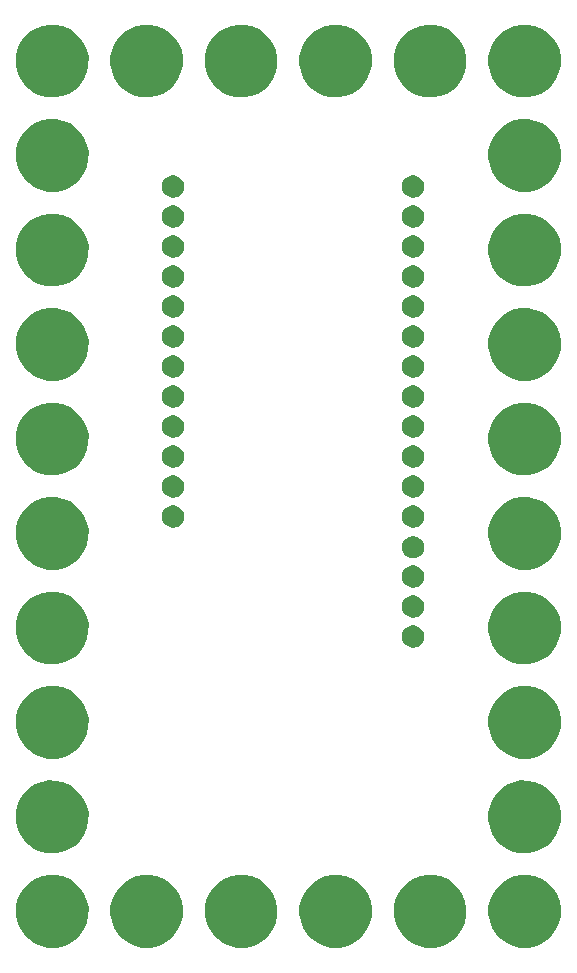
<source format=gbs>
%TF.GenerationSoftware,KiCad,Pcbnew,4.0.7-e2-6376~58~ubuntu16.04.1*%
%TF.CreationDate,2018-02-08T08:24:49-08:00*%
%TF.ProjectId,6x10-Feather-Huzzah-ESP8266,367831302D466561746865722D48757A,1.0*%
%TF.FileFunction,Soldermask,Bot*%
%FSLAX46Y46*%
G04 Gerber Fmt 4.6, Leading zero omitted, Abs format (unit mm)*
G04 Created by KiCad (PCBNEW 4.0.7-e2-6376~58~ubuntu16.04.1) date Thu Feb  8 08:24:49 2018*
%MOMM*%
%LPD*%
G01*
G04 APERTURE LIST*
%ADD10C,0.350000*%
G04 APERTURE END LIST*
D10*
G36*
X63067110Y-102233247D02*
X63658055Y-102354551D01*
X64214198Y-102588332D01*
X64714334Y-102925678D01*
X65139421Y-103353743D01*
X65473266Y-103856221D01*
X65703156Y-104413976D01*
X65820264Y-105005414D01*
X65820264Y-105005424D01*
X65820331Y-105005763D01*
X65810710Y-105694816D01*
X65810633Y-105695154D01*
X65810633Y-105695162D01*
X65677057Y-106283101D01*
X65431685Y-106834216D01*
X65083937Y-107327178D01*
X64647062Y-107743209D01*
X64137700Y-108066461D01*
X63575254Y-108284619D01*
X62981147Y-108389376D01*
X62378003Y-108376742D01*
X61788800Y-108247197D01*
X61235982Y-108005677D01*
X60740607Y-107661382D01*
X60321537Y-107227423D01*
X59994738Y-106720330D01*
X59772656Y-106159414D01*
X59663755Y-105566058D01*
X59672177Y-104962841D01*
X59797606Y-104372747D01*
X60035259Y-103818258D01*
X60376091Y-103320488D01*
X60807112Y-102898400D01*
X61311913Y-102568068D01*
X61871259Y-102342077D01*
X62463845Y-102229036D01*
X63067110Y-102233247D01*
X63067110Y-102233247D01*
G37*
G36*
X71066110Y-102233247D02*
X71657055Y-102354551D01*
X72213198Y-102588332D01*
X72713334Y-102925678D01*
X73138421Y-103353743D01*
X73472266Y-103856221D01*
X73702156Y-104413976D01*
X73819264Y-105005414D01*
X73819264Y-105005424D01*
X73819331Y-105005763D01*
X73809710Y-105694816D01*
X73809633Y-105695154D01*
X73809633Y-105695162D01*
X73676057Y-106283101D01*
X73430685Y-106834216D01*
X73082937Y-107327178D01*
X72646062Y-107743209D01*
X72136700Y-108066461D01*
X71574254Y-108284619D01*
X70980147Y-108389376D01*
X70377003Y-108376742D01*
X69787800Y-108247197D01*
X69234982Y-108005677D01*
X68739607Y-107661382D01*
X68320537Y-107227423D01*
X67993738Y-106720330D01*
X67771656Y-106159414D01*
X67662755Y-105566058D01*
X67671177Y-104962841D01*
X67796606Y-104372747D01*
X68034259Y-103818258D01*
X68375091Y-103320488D01*
X68806112Y-102898400D01*
X69310913Y-102568068D01*
X69870259Y-102342077D01*
X70462845Y-102229036D01*
X71066110Y-102233247D01*
X71066110Y-102233247D01*
G37*
G36*
X87066110Y-102233247D02*
X87657055Y-102354551D01*
X88213198Y-102588332D01*
X88713334Y-102925678D01*
X89138421Y-103353743D01*
X89472266Y-103856221D01*
X89702156Y-104413976D01*
X89819264Y-105005414D01*
X89819264Y-105005424D01*
X89819331Y-105005763D01*
X89809710Y-105694816D01*
X89809633Y-105695154D01*
X89809633Y-105695162D01*
X89676057Y-106283101D01*
X89430685Y-106834216D01*
X89082937Y-107327178D01*
X88646062Y-107743209D01*
X88136700Y-108066461D01*
X87574254Y-108284619D01*
X86980147Y-108389376D01*
X86377003Y-108376742D01*
X85787800Y-108247197D01*
X85234982Y-108005677D01*
X84739607Y-107661382D01*
X84320537Y-107227423D01*
X83993738Y-106720330D01*
X83771656Y-106159414D01*
X83662755Y-105566058D01*
X83671177Y-104962841D01*
X83796606Y-104372747D01*
X84034259Y-103818258D01*
X84375091Y-103320488D01*
X84806112Y-102898400D01*
X85310913Y-102568068D01*
X85870259Y-102342077D01*
X86462845Y-102229036D01*
X87066110Y-102233247D01*
X87066110Y-102233247D01*
G37*
G36*
X79066110Y-102233247D02*
X79657055Y-102354551D01*
X80213198Y-102588332D01*
X80713334Y-102925678D01*
X81138421Y-103353743D01*
X81472266Y-103856221D01*
X81702156Y-104413976D01*
X81819264Y-105005414D01*
X81819264Y-105005424D01*
X81819331Y-105005763D01*
X81809710Y-105694816D01*
X81809633Y-105695154D01*
X81809633Y-105695162D01*
X81676057Y-106283101D01*
X81430685Y-106834216D01*
X81082937Y-107327178D01*
X80646062Y-107743209D01*
X80136700Y-108066461D01*
X79574254Y-108284619D01*
X78980147Y-108389376D01*
X78377003Y-108376742D01*
X77787800Y-108247197D01*
X77234982Y-108005677D01*
X76739607Y-107661382D01*
X76320537Y-107227423D01*
X75993738Y-106720330D01*
X75771656Y-106159414D01*
X75662755Y-105566058D01*
X75671177Y-104962841D01*
X75796606Y-104372747D01*
X76034259Y-103818258D01*
X76375091Y-103320488D01*
X76806112Y-102898400D01*
X77310913Y-102568068D01*
X77870259Y-102342077D01*
X78462845Y-102229036D01*
X79066110Y-102233247D01*
X79066110Y-102233247D01*
G37*
G36*
X103066110Y-102233247D02*
X103657055Y-102354551D01*
X104213198Y-102588332D01*
X104713334Y-102925678D01*
X105138421Y-103353743D01*
X105472266Y-103856221D01*
X105702156Y-104413976D01*
X105819264Y-105005414D01*
X105819264Y-105005424D01*
X105819331Y-105005763D01*
X105809710Y-105694816D01*
X105809633Y-105695154D01*
X105809633Y-105695162D01*
X105676057Y-106283101D01*
X105430685Y-106834216D01*
X105082937Y-107327178D01*
X104646062Y-107743209D01*
X104136700Y-108066461D01*
X103574254Y-108284619D01*
X102980147Y-108389376D01*
X102377003Y-108376742D01*
X101787800Y-108247197D01*
X101234982Y-108005677D01*
X100739607Y-107661382D01*
X100320537Y-107227423D01*
X99993738Y-106720330D01*
X99771656Y-106159414D01*
X99662755Y-105566058D01*
X99671177Y-104962841D01*
X99796606Y-104372747D01*
X100034259Y-103818258D01*
X100375091Y-103320488D01*
X100806112Y-102898400D01*
X101310913Y-102568068D01*
X101870259Y-102342077D01*
X102462845Y-102229036D01*
X103066110Y-102233247D01*
X103066110Y-102233247D01*
G37*
G36*
X95066110Y-102233247D02*
X95657055Y-102354551D01*
X96213198Y-102588332D01*
X96713334Y-102925678D01*
X97138421Y-103353743D01*
X97472266Y-103856221D01*
X97702156Y-104413976D01*
X97819264Y-105005414D01*
X97819264Y-105005424D01*
X97819331Y-105005763D01*
X97809710Y-105694816D01*
X97809633Y-105695154D01*
X97809633Y-105695162D01*
X97676057Y-106283101D01*
X97430685Y-106834216D01*
X97082937Y-107327178D01*
X96646062Y-107743209D01*
X96136700Y-108066461D01*
X95574254Y-108284619D01*
X94980147Y-108389376D01*
X94377003Y-108376742D01*
X93787800Y-108247197D01*
X93234982Y-108005677D01*
X92739607Y-107661382D01*
X92320537Y-107227423D01*
X91993738Y-106720330D01*
X91771656Y-106159414D01*
X91662755Y-105566058D01*
X91671177Y-104962841D01*
X91796606Y-104372747D01*
X92034259Y-103818258D01*
X92375091Y-103320488D01*
X92806112Y-102898400D01*
X93310913Y-102568068D01*
X93870259Y-102342077D01*
X94462845Y-102229036D01*
X95066110Y-102233247D01*
X95066110Y-102233247D01*
G37*
G36*
X63067110Y-94233247D02*
X63658055Y-94354551D01*
X64214198Y-94588332D01*
X64714334Y-94925678D01*
X65139421Y-95353743D01*
X65473266Y-95856221D01*
X65703156Y-96413976D01*
X65820264Y-97005414D01*
X65820264Y-97005424D01*
X65820331Y-97005763D01*
X65810710Y-97694816D01*
X65810633Y-97695154D01*
X65810633Y-97695162D01*
X65677057Y-98283101D01*
X65431685Y-98834216D01*
X65083937Y-99327178D01*
X64647062Y-99743209D01*
X64137700Y-100066461D01*
X63575254Y-100284619D01*
X62981147Y-100389376D01*
X62378003Y-100376742D01*
X61788800Y-100247197D01*
X61235982Y-100005677D01*
X60740607Y-99661382D01*
X60321537Y-99227423D01*
X59994738Y-98720330D01*
X59772656Y-98159414D01*
X59663755Y-97566058D01*
X59672177Y-96962841D01*
X59797606Y-96372747D01*
X60035259Y-95818258D01*
X60376091Y-95320488D01*
X60807112Y-94898400D01*
X61311913Y-94568068D01*
X61871259Y-94342077D01*
X62463845Y-94229036D01*
X63067110Y-94233247D01*
X63067110Y-94233247D01*
G37*
G36*
X103066110Y-94233247D02*
X103657055Y-94354551D01*
X104213198Y-94588332D01*
X104713334Y-94925678D01*
X105138421Y-95353743D01*
X105472266Y-95856221D01*
X105702156Y-96413976D01*
X105819264Y-97005414D01*
X105819264Y-97005424D01*
X105819331Y-97005763D01*
X105809710Y-97694816D01*
X105809633Y-97695154D01*
X105809633Y-97695162D01*
X105676057Y-98283101D01*
X105430685Y-98834216D01*
X105082937Y-99327178D01*
X104646062Y-99743209D01*
X104136700Y-100066461D01*
X103574254Y-100284619D01*
X102980147Y-100389376D01*
X102377003Y-100376742D01*
X101787800Y-100247197D01*
X101234982Y-100005677D01*
X100739607Y-99661382D01*
X100320537Y-99227423D01*
X99993738Y-98720330D01*
X99771656Y-98159414D01*
X99662755Y-97566058D01*
X99671177Y-96962841D01*
X99796606Y-96372747D01*
X100034259Y-95818258D01*
X100375091Y-95320488D01*
X100806112Y-94898400D01*
X101310913Y-94568068D01*
X101870259Y-94342077D01*
X102462845Y-94229036D01*
X103066110Y-94233247D01*
X103066110Y-94233247D01*
G37*
G36*
X103066110Y-86233247D02*
X103657055Y-86354551D01*
X104213198Y-86588332D01*
X104713334Y-86925678D01*
X105138421Y-87353743D01*
X105472266Y-87856221D01*
X105702156Y-88413976D01*
X105819264Y-89005414D01*
X105819264Y-89005424D01*
X105819331Y-89005763D01*
X105809710Y-89694816D01*
X105809633Y-89695154D01*
X105809633Y-89695162D01*
X105676057Y-90283101D01*
X105430685Y-90834216D01*
X105082937Y-91327178D01*
X104646062Y-91743209D01*
X104136700Y-92066461D01*
X103574254Y-92284619D01*
X102980147Y-92389376D01*
X102377003Y-92376742D01*
X101787800Y-92247197D01*
X101234982Y-92005677D01*
X100739607Y-91661382D01*
X100320537Y-91227423D01*
X99993738Y-90720330D01*
X99771656Y-90159414D01*
X99662755Y-89566058D01*
X99671177Y-88962841D01*
X99796606Y-88372747D01*
X100034259Y-87818258D01*
X100375091Y-87320488D01*
X100806112Y-86898400D01*
X101310913Y-86568068D01*
X101870259Y-86342077D01*
X102462845Y-86229036D01*
X103066110Y-86233247D01*
X103066110Y-86233247D01*
G37*
G36*
X63067110Y-86233247D02*
X63658055Y-86354551D01*
X64214198Y-86588332D01*
X64714334Y-86925678D01*
X65139421Y-87353743D01*
X65473266Y-87856221D01*
X65703156Y-88413976D01*
X65820264Y-89005414D01*
X65820264Y-89005424D01*
X65820331Y-89005763D01*
X65810710Y-89694816D01*
X65810633Y-89695154D01*
X65810633Y-89695162D01*
X65677057Y-90283101D01*
X65431685Y-90834216D01*
X65083937Y-91327178D01*
X64647062Y-91743209D01*
X64137700Y-92066461D01*
X63575254Y-92284619D01*
X62981147Y-92389376D01*
X62378003Y-92376742D01*
X61788800Y-92247197D01*
X61235982Y-92005677D01*
X60740607Y-91661382D01*
X60321537Y-91227423D01*
X59994738Y-90720330D01*
X59772656Y-90159414D01*
X59663755Y-89566058D01*
X59672177Y-88962841D01*
X59797606Y-88372747D01*
X60035259Y-87818258D01*
X60376091Y-87320488D01*
X60807112Y-86898400D01*
X61311913Y-86568068D01*
X61871259Y-86342077D01*
X62463845Y-86229036D01*
X63067110Y-86233247D01*
X63067110Y-86233247D01*
G37*
G36*
X103066110Y-78233247D02*
X103657055Y-78354551D01*
X104213198Y-78588332D01*
X104713334Y-78925678D01*
X105138421Y-79353743D01*
X105472266Y-79856221D01*
X105702156Y-80413976D01*
X105819264Y-81005414D01*
X105819264Y-81005424D01*
X105819331Y-81005763D01*
X105809710Y-81694816D01*
X105809633Y-81695154D01*
X105809633Y-81695162D01*
X105676057Y-82283101D01*
X105430685Y-82834216D01*
X105082937Y-83327178D01*
X104646062Y-83743209D01*
X104136700Y-84066461D01*
X103574254Y-84284619D01*
X102980147Y-84389376D01*
X102377003Y-84376742D01*
X101787800Y-84247197D01*
X101234982Y-84005677D01*
X100739607Y-83661382D01*
X100320537Y-83227423D01*
X99993738Y-82720330D01*
X99771656Y-82159414D01*
X99662755Y-81566058D01*
X99671177Y-80962841D01*
X99796606Y-80372747D01*
X100034259Y-79818258D01*
X100375091Y-79320488D01*
X100806112Y-78898400D01*
X101310913Y-78568068D01*
X101870259Y-78342077D01*
X102462845Y-78229036D01*
X103066110Y-78233247D01*
X103066110Y-78233247D01*
G37*
G36*
X63067110Y-78233247D02*
X63658055Y-78354551D01*
X64214198Y-78588332D01*
X64714334Y-78925678D01*
X65139421Y-79353743D01*
X65473266Y-79856221D01*
X65703156Y-80413976D01*
X65820264Y-81005414D01*
X65820264Y-81005424D01*
X65820331Y-81005763D01*
X65810710Y-81694816D01*
X65810633Y-81695154D01*
X65810633Y-81695162D01*
X65677057Y-82283101D01*
X65431685Y-82834216D01*
X65083937Y-83327178D01*
X64647062Y-83743209D01*
X64137700Y-84066461D01*
X63575254Y-84284619D01*
X62981147Y-84389376D01*
X62378003Y-84376742D01*
X61788800Y-84247197D01*
X61235982Y-84005677D01*
X60740607Y-83661382D01*
X60321537Y-83227423D01*
X59994738Y-82720330D01*
X59772656Y-82159414D01*
X59663755Y-81566058D01*
X59672177Y-80962841D01*
X59797606Y-80372747D01*
X60035259Y-79818258D01*
X60376091Y-79320488D01*
X60807112Y-78898400D01*
X61311913Y-78568068D01*
X61871259Y-78342077D01*
X62463845Y-78229036D01*
X63067110Y-78233247D01*
X63067110Y-78233247D01*
G37*
G36*
X93389715Y-81105224D02*
X93570248Y-81142283D01*
X93740158Y-81213706D01*
X93892949Y-81316766D01*
X94022821Y-81447546D01*
X94124810Y-81601053D01*
X94195043Y-81771451D01*
X94230772Y-81951899D01*
X94230772Y-81951904D01*
X94230840Y-81952248D01*
X94227901Y-82162758D01*
X94227824Y-82163096D01*
X94227824Y-82163106D01*
X94187070Y-82342486D01*
X94112108Y-82510852D01*
X94005868Y-82661456D01*
X93872399Y-82788557D01*
X93716784Y-82887314D01*
X93544954Y-82953962D01*
X93363452Y-82985966D01*
X93179186Y-82982106D01*
X92999179Y-82942529D01*
X92830288Y-82868743D01*
X92678950Y-82763560D01*
X92550921Y-82630982D01*
X92451081Y-82476061D01*
X92383232Y-82304693D01*
X92349963Y-82123423D01*
X92352535Y-81939136D01*
X92390856Y-81758856D01*
X92463459Y-81589457D01*
X92567587Y-81437384D01*
X92699266Y-81308433D01*
X92853487Y-81207514D01*
X93024372Y-81138472D01*
X93205409Y-81103938D01*
X93389715Y-81105224D01*
X93389715Y-81105224D01*
G37*
G36*
X93389715Y-78565224D02*
X93570248Y-78602283D01*
X93740158Y-78673706D01*
X93892949Y-78776766D01*
X94022821Y-78907546D01*
X94124810Y-79061053D01*
X94195043Y-79231451D01*
X94230772Y-79411899D01*
X94230772Y-79411904D01*
X94230840Y-79412248D01*
X94227901Y-79622758D01*
X94227824Y-79623096D01*
X94227824Y-79623106D01*
X94187070Y-79802486D01*
X94112108Y-79970852D01*
X94005868Y-80121456D01*
X93872399Y-80248557D01*
X93716784Y-80347314D01*
X93544954Y-80413962D01*
X93363452Y-80445966D01*
X93179186Y-80442106D01*
X92999179Y-80402529D01*
X92830288Y-80328743D01*
X92678950Y-80223560D01*
X92550921Y-80090982D01*
X92451081Y-79936061D01*
X92383232Y-79764693D01*
X92349963Y-79583423D01*
X92352535Y-79399136D01*
X92390856Y-79218856D01*
X92463459Y-79049457D01*
X92567587Y-78897384D01*
X92699266Y-78768433D01*
X92853487Y-78667514D01*
X93024372Y-78598472D01*
X93205409Y-78563938D01*
X93389715Y-78565224D01*
X93389715Y-78565224D01*
G37*
G36*
X93389715Y-76025224D02*
X93570248Y-76062283D01*
X93740158Y-76133706D01*
X93892949Y-76236766D01*
X94022821Y-76367546D01*
X94124810Y-76521053D01*
X94195043Y-76691451D01*
X94230772Y-76871899D01*
X94230772Y-76871904D01*
X94230840Y-76872248D01*
X94227901Y-77082758D01*
X94227824Y-77083096D01*
X94227824Y-77083106D01*
X94187070Y-77262486D01*
X94112108Y-77430852D01*
X94005868Y-77581456D01*
X93872399Y-77708557D01*
X93716784Y-77807314D01*
X93544954Y-77873962D01*
X93363452Y-77905966D01*
X93179186Y-77902106D01*
X92999179Y-77862529D01*
X92830288Y-77788743D01*
X92678950Y-77683560D01*
X92550921Y-77550982D01*
X92451081Y-77396061D01*
X92383232Y-77224693D01*
X92349963Y-77043423D01*
X92352535Y-76859136D01*
X92390856Y-76678856D01*
X92463459Y-76509457D01*
X92567587Y-76357384D01*
X92699266Y-76228433D01*
X92853487Y-76127514D01*
X93024372Y-76058472D01*
X93205409Y-76023938D01*
X93389715Y-76025224D01*
X93389715Y-76025224D01*
G37*
G36*
X63066110Y-70233247D02*
X63657055Y-70354551D01*
X64213198Y-70588332D01*
X64713334Y-70925678D01*
X65138421Y-71353743D01*
X65472266Y-71856221D01*
X65702156Y-72413976D01*
X65819264Y-73005414D01*
X65819264Y-73005424D01*
X65819331Y-73005763D01*
X65809710Y-73694816D01*
X65809633Y-73695154D01*
X65809633Y-73695162D01*
X65676057Y-74283101D01*
X65430685Y-74834216D01*
X65082937Y-75327178D01*
X64646062Y-75743209D01*
X64136700Y-76066461D01*
X63574254Y-76284619D01*
X62980147Y-76389376D01*
X62377003Y-76376742D01*
X61787800Y-76247197D01*
X61234982Y-76005677D01*
X60739607Y-75661382D01*
X60320537Y-75227423D01*
X59993738Y-74720330D01*
X59771656Y-74159414D01*
X59662755Y-73566058D01*
X59671177Y-72962841D01*
X59796606Y-72372747D01*
X60034259Y-71818258D01*
X60375091Y-71320488D01*
X60806112Y-70898400D01*
X61310913Y-70568068D01*
X61870259Y-70342077D01*
X62462845Y-70229036D01*
X63066110Y-70233247D01*
X63066110Y-70233247D01*
G37*
G36*
X103066110Y-70233247D02*
X103657055Y-70354551D01*
X104213198Y-70588332D01*
X104713334Y-70925678D01*
X105138421Y-71353743D01*
X105472266Y-71856221D01*
X105702156Y-72413976D01*
X105819264Y-73005414D01*
X105819264Y-73005424D01*
X105819331Y-73005763D01*
X105809710Y-73694816D01*
X105809633Y-73695154D01*
X105809633Y-73695162D01*
X105676057Y-74283101D01*
X105430685Y-74834216D01*
X105082937Y-75327178D01*
X104646062Y-75743209D01*
X104136700Y-76066461D01*
X103574254Y-76284619D01*
X102980147Y-76389376D01*
X102377003Y-76376742D01*
X101787800Y-76247197D01*
X101234982Y-76005677D01*
X100739607Y-75661382D01*
X100320537Y-75227423D01*
X99993738Y-74720330D01*
X99771656Y-74159414D01*
X99662755Y-73566058D01*
X99671177Y-72962841D01*
X99796606Y-72372747D01*
X100034259Y-71818258D01*
X100375091Y-71320488D01*
X100806112Y-70898400D01*
X101310913Y-70568068D01*
X101870259Y-70342077D01*
X102462845Y-70229036D01*
X103066110Y-70233247D01*
X103066110Y-70233247D01*
G37*
G36*
X93389715Y-73546724D02*
X93570248Y-73583783D01*
X93740158Y-73655206D01*
X93892949Y-73758266D01*
X94022821Y-73889046D01*
X94124810Y-74042553D01*
X94195043Y-74212951D01*
X94230772Y-74393399D01*
X94230772Y-74393404D01*
X94230840Y-74393748D01*
X94227901Y-74604258D01*
X94227824Y-74604596D01*
X94227824Y-74604606D01*
X94187070Y-74783986D01*
X94112108Y-74952352D01*
X94005868Y-75102956D01*
X93872399Y-75230057D01*
X93716784Y-75328814D01*
X93544954Y-75395462D01*
X93363452Y-75427466D01*
X93179186Y-75423606D01*
X92999179Y-75384029D01*
X92830288Y-75310243D01*
X92678950Y-75205060D01*
X92550921Y-75072482D01*
X92451081Y-74917561D01*
X92383232Y-74746193D01*
X92349963Y-74564923D01*
X92352535Y-74380636D01*
X92390856Y-74200356D01*
X92463459Y-74030957D01*
X92567587Y-73878884D01*
X92699266Y-73749933D01*
X92853487Y-73649014D01*
X93024372Y-73579972D01*
X93205409Y-73545438D01*
X93389715Y-73546724D01*
X93389715Y-73546724D01*
G37*
G36*
X93389715Y-70945224D02*
X93570248Y-70982283D01*
X93740158Y-71053706D01*
X93892949Y-71156766D01*
X94022821Y-71287546D01*
X94124810Y-71441053D01*
X94195043Y-71611451D01*
X94230772Y-71791899D01*
X94230772Y-71791904D01*
X94230840Y-71792248D01*
X94227901Y-72002758D01*
X94227824Y-72003096D01*
X94227824Y-72003106D01*
X94187070Y-72182486D01*
X94112108Y-72350852D01*
X94005868Y-72501456D01*
X93872399Y-72628557D01*
X93716784Y-72727314D01*
X93544954Y-72793962D01*
X93363452Y-72825966D01*
X93179186Y-72822106D01*
X92999179Y-72782529D01*
X92830288Y-72708743D01*
X92678950Y-72603560D01*
X92550921Y-72470982D01*
X92451081Y-72316061D01*
X92383232Y-72144693D01*
X92349963Y-71963423D01*
X92352535Y-71779136D01*
X92390856Y-71598856D01*
X92463459Y-71429457D01*
X92567587Y-71277384D01*
X92699266Y-71148433D01*
X92853487Y-71047514D01*
X93024372Y-70978472D01*
X93205409Y-70943938D01*
X93389715Y-70945224D01*
X93389715Y-70945224D01*
G37*
G36*
X73069715Y-70945224D02*
X73250248Y-70982283D01*
X73420158Y-71053706D01*
X73572949Y-71156766D01*
X73702821Y-71287546D01*
X73804810Y-71441053D01*
X73875043Y-71611451D01*
X73910772Y-71791899D01*
X73910772Y-71791904D01*
X73910840Y-71792248D01*
X73907901Y-72002758D01*
X73907824Y-72003096D01*
X73907824Y-72003106D01*
X73867070Y-72182486D01*
X73792108Y-72350852D01*
X73685868Y-72501456D01*
X73552399Y-72628557D01*
X73396784Y-72727314D01*
X73224954Y-72793962D01*
X73043452Y-72825966D01*
X72859186Y-72822106D01*
X72679179Y-72782529D01*
X72510288Y-72708743D01*
X72358950Y-72603560D01*
X72230921Y-72470982D01*
X72131081Y-72316061D01*
X72063232Y-72144693D01*
X72029963Y-71963423D01*
X72032535Y-71779136D01*
X72070856Y-71598856D01*
X72143459Y-71429457D01*
X72247587Y-71277384D01*
X72379266Y-71148433D01*
X72533487Y-71047514D01*
X72704372Y-70978472D01*
X72885409Y-70943938D01*
X73069715Y-70945224D01*
X73069715Y-70945224D01*
G37*
G36*
X73069715Y-68405224D02*
X73250248Y-68442283D01*
X73420158Y-68513706D01*
X73572949Y-68616766D01*
X73702821Y-68747546D01*
X73804810Y-68901053D01*
X73875043Y-69071451D01*
X73910772Y-69251899D01*
X73910772Y-69251904D01*
X73910840Y-69252248D01*
X73907901Y-69462758D01*
X73907824Y-69463096D01*
X73907824Y-69463106D01*
X73867070Y-69642486D01*
X73792108Y-69810852D01*
X73685868Y-69961456D01*
X73552399Y-70088557D01*
X73396784Y-70187314D01*
X73224954Y-70253962D01*
X73043452Y-70285966D01*
X72859186Y-70282106D01*
X72679179Y-70242529D01*
X72510288Y-70168743D01*
X72358950Y-70063560D01*
X72230921Y-69930982D01*
X72131081Y-69776061D01*
X72063232Y-69604693D01*
X72029963Y-69423423D01*
X72032535Y-69239136D01*
X72070856Y-69058856D01*
X72143459Y-68889457D01*
X72247587Y-68737384D01*
X72379266Y-68608433D01*
X72533487Y-68507514D01*
X72704372Y-68438472D01*
X72885409Y-68403938D01*
X73069715Y-68405224D01*
X73069715Y-68405224D01*
G37*
G36*
X93389715Y-68405224D02*
X93570248Y-68442283D01*
X93740158Y-68513706D01*
X93892949Y-68616766D01*
X94022821Y-68747546D01*
X94124810Y-68901053D01*
X94195043Y-69071451D01*
X94230772Y-69251899D01*
X94230772Y-69251904D01*
X94230840Y-69252248D01*
X94227901Y-69462758D01*
X94227824Y-69463096D01*
X94227824Y-69463106D01*
X94187070Y-69642486D01*
X94112108Y-69810852D01*
X94005868Y-69961456D01*
X93872399Y-70088557D01*
X93716784Y-70187314D01*
X93544954Y-70253962D01*
X93363452Y-70285966D01*
X93179186Y-70282106D01*
X92999179Y-70242529D01*
X92830288Y-70168743D01*
X92678950Y-70063560D01*
X92550921Y-69930982D01*
X92451081Y-69776061D01*
X92383232Y-69604693D01*
X92349963Y-69423423D01*
X92352535Y-69239136D01*
X92390856Y-69058856D01*
X92463459Y-68889457D01*
X92567587Y-68737384D01*
X92699266Y-68608433D01*
X92853487Y-68507514D01*
X93024372Y-68438472D01*
X93205409Y-68403938D01*
X93389715Y-68405224D01*
X93389715Y-68405224D01*
G37*
G36*
X63067110Y-62233247D02*
X63658055Y-62354551D01*
X64214198Y-62588332D01*
X64714334Y-62925678D01*
X65139421Y-63353743D01*
X65473266Y-63856221D01*
X65703156Y-64413976D01*
X65820264Y-65005414D01*
X65820264Y-65005424D01*
X65820331Y-65005763D01*
X65810710Y-65694816D01*
X65810633Y-65695154D01*
X65810633Y-65695162D01*
X65677057Y-66283101D01*
X65431685Y-66834216D01*
X65083937Y-67327178D01*
X64647062Y-67743209D01*
X64137700Y-68066461D01*
X63575254Y-68284619D01*
X62981147Y-68389376D01*
X62378003Y-68376742D01*
X61788800Y-68247197D01*
X61235982Y-68005677D01*
X60740607Y-67661382D01*
X60321537Y-67227423D01*
X59994738Y-66720330D01*
X59772656Y-66159414D01*
X59663755Y-65566058D01*
X59672177Y-64962841D01*
X59797606Y-64372747D01*
X60035259Y-63818258D01*
X60376091Y-63320488D01*
X60807112Y-62898400D01*
X61311913Y-62568068D01*
X61871259Y-62342077D01*
X62463845Y-62229036D01*
X63067110Y-62233247D01*
X63067110Y-62233247D01*
G37*
G36*
X103066110Y-62233247D02*
X103657055Y-62354551D01*
X104213198Y-62588332D01*
X104713334Y-62925678D01*
X105138421Y-63353743D01*
X105472266Y-63856221D01*
X105702156Y-64413976D01*
X105819264Y-65005414D01*
X105819264Y-65005424D01*
X105819331Y-65005763D01*
X105809710Y-65694816D01*
X105809633Y-65695154D01*
X105809633Y-65695162D01*
X105676057Y-66283101D01*
X105430685Y-66834216D01*
X105082937Y-67327178D01*
X104646062Y-67743209D01*
X104136700Y-68066461D01*
X103574254Y-68284619D01*
X102980147Y-68389376D01*
X102377003Y-68376742D01*
X101787800Y-68247197D01*
X101234982Y-68005677D01*
X100739607Y-67661382D01*
X100320537Y-67227423D01*
X99993738Y-66720330D01*
X99771656Y-66159414D01*
X99662755Y-65566058D01*
X99671177Y-64962841D01*
X99796606Y-64372747D01*
X100034259Y-63818258D01*
X100375091Y-63320488D01*
X100806112Y-62898400D01*
X101310913Y-62568068D01*
X101870259Y-62342077D01*
X102462845Y-62229036D01*
X103066110Y-62233247D01*
X103066110Y-62233247D01*
G37*
G36*
X73069715Y-65865224D02*
X73250248Y-65902283D01*
X73420158Y-65973706D01*
X73572949Y-66076766D01*
X73702821Y-66207546D01*
X73804810Y-66361053D01*
X73875043Y-66531451D01*
X73910772Y-66711899D01*
X73910772Y-66711904D01*
X73910840Y-66712248D01*
X73907901Y-66922758D01*
X73907824Y-66923096D01*
X73907824Y-66923106D01*
X73867070Y-67102486D01*
X73792108Y-67270852D01*
X73685868Y-67421456D01*
X73552399Y-67548557D01*
X73396784Y-67647314D01*
X73224954Y-67713962D01*
X73043452Y-67745966D01*
X72859186Y-67742106D01*
X72679179Y-67702529D01*
X72510288Y-67628743D01*
X72358950Y-67523560D01*
X72230921Y-67390982D01*
X72131081Y-67236061D01*
X72063232Y-67064693D01*
X72029963Y-66883423D01*
X72032535Y-66699136D01*
X72070856Y-66518856D01*
X72143459Y-66349457D01*
X72247587Y-66197384D01*
X72379266Y-66068433D01*
X72533487Y-65967514D01*
X72704372Y-65898472D01*
X72885409Y-65863938D01*
X73069715Y-65865224D01*
X73069715Y-65865224D01*
G37*
G36*
X93389715Y-65865224D02*
X93570248Y-65902283D01*
X93740158Y-65973706D01*
X93892949Y-66076766D01*
X94022821Y-66207546D01*
X94124810Y-66361053D01*
X94195043Y-66531451D01*
X94230772Y-66711899D01*
X94230772Y-66711904D01*
X94230840Y-66712248D01*
X94227901Y-66922758D01*
X94227824Y-66923096D01*
X94227824Y-66923106D01*
X94187070Y-67102486D01*
X94112108Y-67270852D01*
X94005868Y-67421456D01*
X93872399Y-67548557D01*
X93716784Y-67647314D01*
X93544954Y-67713962D01*
X93363452Y-67745966D01*
X93179186Y-67742106D01*
X92999179Y-67702529D01*
X92830288Y-67628743D01*
X92678950Y-67523560D01*
X92550921Y-67390982D01*
X92451081Y-67236061D01*
X92383232Y-67064693D01*
X92349963Y-66883423D01*
X92352535Y-66699136D01*
X92390856Y-66518856D01*
X92463459Y-66349457D01*
X92567587Y-66197384D01*
X92699266Y-66068433D01*
X92853487Y-65967514D01*
X93024372Y-65898472D01*
X93205409Y-65863938D01*
X93389715Y-65865224D01*
X93389715Y-65865224D01*
G37*
G36*
X93389715Y-63325224D02*
X93570248Y-63362283D01*
X93740158Y-63433706D01*
X93892949Y-63536766D01*
X94022821Y-63667546D01*
X94124810Y-63821053D01*
X94195043Y-63991451D01*
X94230772Y-64171899D01*
X94230772Y-64171904D01*
X94230840Y-64172248D01*
X94227901Y-64382758D01*
X94227824Y-64383096D01*
X94227824Y-64383106D01*
X94187070Y-64562486D01*
X94112108Y-64730852D01*
X94005868Y-64881456D01*
X93872399Y-65008557D01*
X93716784Y-65107314D01*
X93544954Y-65173962D01*
X93363452Y-65205966D01*
X93179186Y-65202106D01*
X92999179Y-65162529D01*
X92830288Y-65088743D01*
X92678950Y-64983560D01*
X92550921Y-64850982D01*
X92451081Y-64696061D01*
X92383232Y-64524693D01*
X92349963Y-64343423D01*
X92352535Y-64159136D01*
X92390856Y-63978856D01*
X92463459Y-63809457D01*
X92567587Y-63657384D01*
X92699266Y-63528433D01*
X92853487Y-63427514D01*
X93024372Y-63358472D01*
X93205409Y-63323938D01*
X93389715Y-63325224D01*
X93389715Y-63325224D01*
G37*
G36*
X73069715Y-63325224D02*
X73250248Y-63362283D01*
X73420158Y-63433706D01*
X73572949Y-63536766D01*
X73702821Y-63667546D01*
X73804810Y-63821053D01*
X73875043Y-63991451D01*
X73910772Y-64171899D01*
X73910772Y-64171904D01*
X73910840Y-64172248D01*
X73907901Y-64382758D01*
X73907824Y-64383096D01*
X73907824Y-64383106D01*
X73867070Y-64562486D01*
X73792108Y-64730852D01*
X73685868Y-64881456D01*
X73552399Y-65008557D01*
X73396784Y-65107314D01*
X73224954Y-65173962D01*
X73043452Y-65205966D01*
X72859186Y-65202106D01*
X72679179Y-65162529D01*
X72510288Y-65088743D01*
X72358950Y-64983560D01*
X72230921Y-64850982D01*
X72131081Y-64696061D01*
X72063232Y-64524693D01*
X72029963Y-64343423D01*
X72032535Y-64159136D01*
X72070856Y-63978856D01*
X72143459Y-63809457D01*
X72247587Y-63657384D01*
X72379266Y-63528433D01*
X72533487Y-63427514D01*
X72704372Y-63358472D01*
X72885409Y-63323938D01*
X73069715Y-63325224D01*
X73069715Y-63325224D01*
G37*
G36*
X93389715Y-60785224D02*
X93570248Y-60822283D01*
X93740158Y-60893706D01*
X93892949Y-60996766D01*
X94022821Y-61127546D01*
X94124810Y-61281053D01*
X94195043Y-61451451D01*
X94230772Y-61631899D01*
X94230772Y-61631904D01*
X94230840Y-61632248D01*
X94227901Y-61842758D01*
X94227824Y-61843096D01*
X94227824Y-61843106D01*
X94187070Y-62022486D01*
X94112108Y-62190852D01*
X94005868Y-62341456D01*
X93872399Y-62468557D01*
X93716784Y-62567314D01*
X93544954Y-62633962D01*
X93363452Y-62665966D01*
X93179186Y-62662106D01*
X92999179Y-62622529D01*
X92830288Y-62548743D01*
X92678950Y-62443560D01*
X92550921Y-62310982D01*
X92451081Y-62156061D01*
X92383232Y-61984693D01*
X92349963Y-61803423D01*
X92352535Y-61619136D01*
X92390856Y-61438856D01*
X92463459Y-61269457D01*
X92567587Y-61117384D01*
X92699266Y-60988433D01*
X92853487Y-60887514D01*
X93024372Y-60818472D01*
X93205409Y-60783938D01*
X93389715Y-60785224D01*
X93389715Y-60785224D01*
G37*
G36*
X73069715Y-60785224D02*
X73250248Y-60822283D01*
X73420158Y-60893706D01*
X73572949Y-60996766D01*
X73702821Y-61127546D01*
X73804810Y-61281053D01*
X73875043Y-61451451D01*
X73910772Y-61631899D01*
X73910772Y-61631904D01*
X73910840Y-61632248D01*
X73907901Y-61842758D01*
X73907824Y-61843096D01*
X73907824Y-61843106D01*
X73867070Y-62022486D01*
X73792108Y-62190852D01*
X73685868Y-62341456D01*
X73552399Y-62468557D01*
X73396784Y-62567314D01*
X73224954Y-62633962D01*
X73043452Y-62665966D01*
X72859186Y-62662106D01*
X72679179Y-62622529D01*
X72510288Y-62548743D01*
X72358950Y-62443560D01*
X72230921Y-62310982D01*
X72131081Y-62156061D01*
X72063232Y-61984693D01*
X72029963Y-61803423D01*
X72032535Y-61619136D01*
X72070856Y-61438856D01*
X72143459Y-61269457D01*
X72247587Y-61117384D01*
X72379266Y-60988433D01*
X72533487Y-60887514D01*
X72704372Y-60818472D01*
X72885409Y-60783938D01*
X73069715Y-60785224D01*
X73069715Y-60785224D01*
G37*
G36*
X63066110Y-54233247D02*
X63657055Y-54354551D01*
X64213198Y-54588332D01*
X64713334Y-54925678D01*
X65138421Y-55353743D01*
X65472266Y-55856221D01*
X65702156Y-56413976D01*
X65819264Y-57005414D01*
X65819264Y-57005424D01*
X65819331Y-57005763D01*
X65809710Y-57694816D01*
X65809633Y-57695154D01*
X65809633Y-57695162D01*
X65676057Y-58283101D01*
X65430685Y-58834216D01*
X65082937Y-59327178D01*
X64646062Y-59743209D01*
X64136700Y-60066461D01*
X63574254Y-60284619D01*
X62980147Y-60389376D01*
X62377003Y-60376742D01*
X61787800Y-60247197D01*
X61234982Y-60005677D01*
X60739607Y-59661382D01*
X60320537Y-59227423D01*
X59993738Y-58720330D01*
X59771656Y-58159414D01*
X59662755Y-57566058D01*
X59671177Y-56962841D01*
X59796606Y-56372747D01*
X60034259Y-55818258D01*
X60375091Y-55320488D01*
X60806112Y-54898400D01*
X61310913Y-54568068D01*
X61870259Y-54342077D01*
X62462845Y-54229036D01*
X63066110Y-54233247D01*
X63066110Y-54233247D01*
G37*
G36*
X103066110Y-54233247D02*
X103657055Y-54354551D01*
X104213198Y-54588332D01*
X104713334Y-54925678D01*
X105138421Y-55353743D01*
X105472266Y-55856221D01*
X105702156Y-56413976D01*
X105819264Y-57005414D01*
X105819264Y-57005424D01*
X105819331Y-57005763D01*
X105809710Y-57694816D01*
X105809633Y-57695154D01*
X105809633Y-57695162D01*
X105676057Y-58283101D01*
X105430685Y-58834216D01*
X105082937Y-59327178D01*
X104646062Y-59743209D01*
X104136700Y-60066461D01*
X103574254Y-60284619D01*
X102980147Y-60389376D01*
X102377003Y-60376742D01*
X101787800Y-60247197D01*
X101234982Y-60005677D01*
X100739607Y-59661382D01*
X100320537Y-59227423D01*
X99993738Y-58720330D01*
X99771656Y-58159414D01*
X99662755Y-57566058D01*
X99671177Y-56962841D01*
X99796606Y-56372747D01*
X100034259Y-55818258D01*
X100375091Y-55320488D01*
X100806112Y-54898400D01*
X101310913Y-54568068D01*
X101870259Y-54342077D01*
X102462845Y-54229036D01*
X103066110Y-54233247D01*
X103066110Y-54233247D01*
G37*
G36*
X73069715Y-58245224D02*
X73250248Y-58282283D01*
X73420158Y-58353706D01*
X73572949Y-58456766D01*
X73702821Y-58587546D01*
X73804810Y-58741053D01*
X73875043Y-58911451D01*
X73910772Y-59091899D01*
X73910772Y-59091904D01*
X73910840Y-59092248D01*
X73907901Y-59302758D01*
X73907824Y-59303096D01*
X73907824Y-59303106D01*
X73867070Y-59482486D01*
X73792108Y-59650852D01*
X73685868Y-59801456D01*
X73552399Y-59928557D01*
X73396784Y-60027314D01*
X73224954Y-60093962D01*
X73043452Y-60125966D01*
X72859186Y-60122106D01*
X72679179Y-60082529D01*
X72510288Y-60008743D01*
X72358950Y-59903560D01*
X72230921Y-59770982D01*
X72131081Y-59616061D01*
X72063232Y-59444693D01*
X72029963Y-59263423D01*
X72032535Y-59079136D01*
X72070856Y-58898856D01*
X72143459Y-58729457D01*
X72247587Y-58577384D01*
X72379266Y-58448433D01*
X72533487Y-58347514D01*
X72704372Y-58278472D01*
X72885409Y-58243938D01*
X73069715Y-58245224D01*
X73069715Y-58245224D01*
G37*
G36*
X93389715Y-58245224D02*
X93570248Y-58282283D01*
X93740158Y-58353706D01*
X93892949Y-58456766D01*
X94022821Y-58587546D01*
X94124810Y-58741053D01*
X94195043Y-58911451D01*
X94230772Y-59091899D01*
X94230772Y-59091904D01*
X94230840Y-59092248D01*
X94227901Y-59302758D01*
X94227824Y-59303096D01*
X94227824Y-59303106D01*
X94187070Y-59482486D01*
X94112108Y-59650852D01*
X94005868Y-59801456D01*
X93872399Y-59928557D01*
X93716784Y-60027314D01*
X93544954Y-60093962D01*
X93363452Y-60125966D01*
X93179186Y-60122106D01*
X92999179Y-60082529D01*
X92830288Y-60008743D01*
X92678950Y-59903560D01*
X92550921Y-59770982D01*
X92451081Y-59616061D01*
X92383232Y-59444693D01*
X92349963Y-59263423D01*
X92352535Y-59079136D01*
X92390856Y-58898856D01*
X92463459Y-58729457D01*
X92567587Y-58577384D01*
X92699266Y-58448433D01*
X92853487Y-58347514D01*
X93024372Y-58278472D01*
X93205409Y-58243938D01*
X93389715Y-58245224D01*
X93389715Y-58245224D01*
G37*
G36*
X73069715Y-55705224D02*
X73250248Y-55742283D01*
X73420158Y-55813706D01*
X73572949Y-55916766D01*
X73702821Y-56047546D01*
X73804810Y-56201053D01*
X73875043Y-56371451D01*
X73910772Y-56551899D01*
X73910772Y-56551904D01*
X73910840Y-56552248D01*
X73907901Y-56762758D01*
X73907824Y-56763096D01*
X73907824Y-56763106D01*
X73867070Y-56942486D01*
X73792108Y-57110852D01*
X73685868Y-57261456D01*
X73552399Y-57388557D01*
X73396784Y-57487314D01*
X73224954Y-57553962D01*
X73043452Y-57585966D01*
X72859186Y-57582106D01*
X72679179Y-57542529D01*
X72510288Y-57468743D01*
X72358950Y-57363560D01*
X72230921Y-57230982D01*
X72131081Y-57076061D01*
X72063232Y-56904693D01*
X72029963Y-56723423D01*
X72032535Y-56539136D01*
X72070856Y-56358856D01*
X72143459Y-56189457D01*
X72247587Y-56037384D01*
X72379266Y-55908433D01*
X72533487Y-55807514D01*
X72704372Y-55738472D01*
X72885409Y-55703938D01*
X73069715Y-55705224D01*
X73069715Y-55705224D01*
G37*
G36*
X93389715Y-55705224D02*
X93570248Y-55742283D01*
X93740158Y-55813706D01*
X93892949Y-55916766D01*
X94022821Y-56047546D01*
X94124810Y-56201053D01*
X94195043Y-56371451D01*
X94230772Y-56551899D01*
X94230772Y-56551904D01*
X94230840Y-56552248D01*
X94227901Y-56762758D01*
X94227824Y-56763096D01*
X94227824Y-56763106D01*
X94187070Y-56942486D01*
X94112108Y-57110852D01*
X94005868Y-57261456D01*
X93872399Y-57388557D01*
X93716784Y-57487314D01*
X93544954Y-57553962D01*
X93363452Y-57585966D01*
X93179186Y-57582106D01*
X92999179Y-57542529D01*
X92830288Y-57468743D01*
X92678950Y-57363560D01*
X92550921Y-57230982D01*
X92451081Y-57076061D01*
X92383232Y-56904693D01*
X92349963Y-56723423D01*
X92352535Y-56539136D01*
X92390856Y-56358856D01*
X92463459Y-56189457D01*
X92567587Y-56037384D01*
X92699266Y-55908433D01*
X92853487Y-55807514D01*
X93024372Y-55738472D01*
X93205409Y-55703938D01*
X93389715Y-55705224D01*
X93389715Y-55705224D01*
G37*
G36*
X73069715Y-53165224D02*
X73250248Y-53202283D01*
X73420158Y-53273706D01*
X73572949Y-53376766D01*
X73702821Y-53507546D01*
X73804810Y-53661053D01*
X73875043Y-53831451D01*
X73910772Y-54011899D01*
X73910772Y-54011904D01*
X73910840Y-54012248D01*
X73907901Y-54222758D01*
X73907824Y-54223096D01*
X73907824Y-54223106D01*
X73867070Y-54402486D01*
X73792108Y-54570852D01*
X73685868Y-54721456D01*
X73552399Y-54848557D01*
X73396784Y-54947314D01*
X73224954Y-55013962D01*
X73043452Y-55045966D01*
X72859186Y-55042106D01*
X72679179Y-55002529D01*
X72510288Y-54928743D01*
X72358950Y-54823560D01*
X72230921Y-54690982D01*
X72131081Y-54536061D01*
X72063232Y-54364693D01*
X72029963Y-54183423D01*
X72032535Y-53999136D01*
X72070856Y-53818856D01*
X72143459Y-53649457D01*
X72247587Y-53497384D01*
X72379266Y-53368433D01*
X72533487Y-53267514D01*
X72704372Y-53198472D01*
X72885409Y-53163938D01*
X73069715Y-53165224D01*
X73069715Y-53165224D01*
G37*
G36*
X93389715Y-53165224D02*
X93570248Y-53202283D01*
X93740158Y-53273706D01*
X93892949Y-53376766D01*
X94022821Y-53507546D01*
X94124810Y-53661053D01*
X94195043Y-53831451D01*
X94230772Y-54011899D01*
X94230772Y-54011904D01*
X94230840Y-54012248D01*
X94227901Y-54222758D01*
X94227824Y-54223096D01*
X94227824Y-54223106D01*
X94187070Y-54402486D01*
X94112108Y-54570852D01*
X94005868Y-54721456D01*
X93872399Y-54848557D01*
X93716784Y-54947314D01*
X93544954Y-55013962D01*
X93363452Y-55045966D01*
X93179186Y-55042106D01*
X92999179Y-55002529D01*
X92830288Y-54928743D01*
X92678950Y-54823560D01*
X92550921Y-54690982D01*
X92451081Y-54536061D01*
X92383232Y-54364693D01*
X92349963Y-54183423D01*
X92352535Y-53999136D01*
X92390856Y-53818856D01*
X92463459Y-53649457D01*
X92567587Y-53497384D01*
X92699266Y-53368433D01*
X92853487Y-53267514D01*
X93024372Y-53198472D01*
X93205409Y-53163938D01*
X93389715Y-53165224D01*
X93389715Y-53165224D01*
G37*
G36*
X93389715Y-50625224D02*
X93570248Y-50662283D01*
X93740158Y-50733706D01*
X93892949Y-50836766D01*
X94022821Y-50967546D01*
X94124810Y-51121053D01*
X94195043Y-51291451D01*
X94230772Y-51471899D01*
X94230772Y-51471904D01*
X94230840Y-51472248D01*
X94227901Y-51682758D01*
X94227824Y-51683096D01*
X94227824Y-51683106D01*
X94187070Y-51862486D01*
X94112108Y-52030852D01*
X94005868Y-52181456D01*
X93872399Y-52308557D01*
X93716784Y-52407314D01*
X93544954Y-52473962D01*
X93363452Y-52505966D01*
X93179186Y-52502106D01*
X92999179Y-52462529D01*
X92830288Y-52388743D01*
X92678950Y-52283560D01*
X92550921Y-52150982D01*
X92451081Y-51996061D01*
X92383232Y-51824693D01*
X92349963Y-51643423D01*
X92352535Y-51459136D01*
X92390856Y-51278856D01*
X92463459Y-51109457D01*
X92567587Y-50957384D01*
X92699266Y-50828433D01*
X92853487Y-50727514D01*
X93024372Y-50658472D01*
X93205409Y-50623938D01*
X93389715Y-50625224D01*
X93389715Y-50625224D01*
G37*
G36*
X73069715Y-50625224D02*
X73250248Y-50662283D01*
X73420158Y-50733706D01*
X73572949Y-50836766D01*
X73702821Y-50967546D01*
X73804810Y-51121053D01*
X73875043Y-51291451D01*
X73910772Y-51471899D01*
X73910772Y-51471904D01*
X73910840Y-51472248D01*
X73907901Y-51682758D01*
X73907824Y-51683096D01*
X73907824Y-51683106D01*
X73867070Y-51862486D01*
X73792108Y-52030852D01*
X73685868Y-52181456D01*
X73552399Y-52308557D01*
X73396784Y-52407314D01*
X73224954Y-52473962D01*
X73043452Y-52505966D01*
X72859186Y-52502106D01*
X72679179Y-52462529D01*
X72510288Y-52388743D01*
X72358950Y-52283560D01*
X72230921Y-52150982D01*
X72131081Y-51996061D01*
X72063232Y-51824693D01*
X72029963Y-51643423D01*
X72032535Y-51459136D01*
X72070856Y-51278856D01*
X72143459Y-51109457D01*
X72247587Y-50957384D01*
X72379266Y-50828433D01*
X72533487Y-50727514D01*
X72704372Y-50658472D01*
X72885409Y-50623938D01*
X73069715Y-50625224D01*
X73069715Y-50625224D01*
G37*
G36*
X103066110Y-46233247D02*
X103657055Y-46354551D01*
X104213198Y-46588332D01*
X104713334Y-46925678D01*
X105138421Y-47353743D01*
X105472266Y-47856221D01*
X105702156Y-48413976D01*
X105819264Y-49005414D01*
X105819264Y-49005424D01*
X105819331Y-49005763D01*
X105809710Y-49694816D01*
X105809633Y-49695154D01*
X105809633Y-49695162D01*
X105676057Y-50283101D01*
X105430685Y-50834216D01*
X105082937Y-51327178D01*
X104646062Y-51743209D01*
X104136700Y-52066461D01*
X103574254Y-52284619D01*
X102980147Y-52389376D01*
X102377003Y-52376742D01*
X101787800Y-52247197D01*
X101234982Y-52005677D01*
X100739607Y-51661382D01*
X100320537Y-51227423D01*
X99993738Y-50720330D01*
X99771656Y-50159414D01*
X99662755Y-49566058D01*
X99671177Y-48962841D01*
X99796606Y-48372747D01*
X100034259Y-47818258D01*
X100375091Y-47320488D01*
X100806112Y-46898400D01*
X101310913Y-46568068D01*
X101870259Y-46342077D01*
X102462845Y-46229036D01*
X103066110Y-46233247D01*
X103066110Y-46233247D01*
G37*
G36*
X63066110Y-46233247D02*
X63657055Y-46354551D01*
X64213198Y-46588332D01*
X64713334Y-46925678D01*
X65138421Y-47353743D01*
X65472266Y-47856221D01*
X65702156Y-48413976D01*
X65819264Y-49005414D01*
X65819264Y-49005424D01*
X65819331Y-49005763D01*
X65809710Y-49694816D01*
X65809633Y-49695154D01*
X65809633Y-49695162D01*
X65676057Y-50283101D01*
X65430685Y-50834216D01*
X65082937Y-51327178D01*
X64646062Y-51743209D01*
X64136700Y-52066461D01*
X63574254Y-52284619D01*
X62980147Y-52389376D01*
X62377003Y-52376742D01*
X61787800Y-52247197D01*
X61234982Y-52005677D01*
X60739607Y-51661382D01*
X60320537Y-51227423D01*
X59993738Y-50720330D01*
X59771656Y-50159414D01*
X59662755Y-49566058D01*
X59671177Y-48962841D01*
X59796606Y-48372747D01*
X60034259Y-47818258D01*
X60375091Y-47320488D01*
X60806112Y-46898400D01*
X61310913Y-46568068D01*
X61870259Y-46342077D01*
X62462845Y-46229036D01*
X63066110Y-46233247D01*
X63066110Y-46233247D01*
G37*
G36*
X93389715Y-48085224D02*
X93570248Y-48122283D01*
X93740158Y-48193706D01*
X93892949Y-48296766D01*
X94022821Y-48427546D01*
X94124810Y-48581053D01*
X94195043Y-48751451D01*
X94230772Y-48931899D01*
X94230772Y-48931904D01*
X94230840Y-48932248D01*
X94227901Y-49142758D01*
X94227824Y-49143096D01*
X94227824Y-49143106D01*
X94187070Y-49322486D01*
X94112108Y-49490852D01*
X94005868Y-49641456D01*
X93872399Y-49768557D01*
X93716784Y-49867314D01*
X93544954Y-49933962D01*
X93363452Y-49965966D01*
X93179186Y-49962106D01*
X92999179Y-49922529D01*
X92830288Y-49848743D01*
X92678950Y-49743560D01*
X92550921Y-49610982D01*
X92451081Y-49456061D01*
X92383232Y-49284693D01*
X92349963Y-49103423D01*
X92352535Y-48919136D01*
X92390856Y-48738856D01*
X92463459Y-48569457D01*
X92567587Y-48417384D01*
X92699266Y-48288433D01*
X92853487Y-48187514D01*
X93024372Y-48118472D01*
X93205409Y-48083938D01*
X93389715Y-48085224D01*
X93389715Y-48085224D01*
G37*
G36*
X73069715Y-48085224D02*
X73250248Y-48122283D01*
X73420158Y-48193706D01*
X73572949Y-48296766D01*
X73702821Y-48427546D01*
X73804810Y-48581053D01*
X73875043Y-48751451D01*
X73910772Y-48931899D01*
X73910772Y-48931904D01*
X73910840Y-48932248D01*
X73907901Y-49142758D01*
X73907824Y-49143096D01*
X73907824Y-49143106D01*
X73867070Y-49322486D01*
X73792108Y-49490852D01*
X73685868Y-49641456D01*
X73552399Y-49768557D01*
X73396784Y-49867314D01*
X73224954Y-49933962D01*
X73043452Y-49965966D01*
X72859186Y-49962106D01*
X72679179Y-49922529D01*
X72510288Y-49848743D01*
X72358950Y-49743560D01*
X72230921Y-49610982D01*
X72131081Y-49456061D01*
X72063232Y-49284693D01*
X72029963Y-49103423D01*
X72032535Y-48919136D01*
X72070856Y-48738856D01*
X72143459Y-48569457D01*
X72247587Y-48417384D01*
X72379266Y-48288433D01*
X72533487Y-48187514D01*
X72704372Y-48118472D01*
X72885409Y-48083938D01*
X73069715Y-48085224D01*
X73069715Y-48085224D01*
G37*
G36*
X93389715Y-45545224D02*
X93570248Y-45582283D01*
X93740158Y-45653706D01*
X93892949Y-45756766D01*
X94022821Y-45887546D01*
X94124810Y-46041053D01*
X94195043Y-46211451D01*
X94230772Y-46391899D01*
X94230772Y-46391904D01*
X94230840Y-46392248D01*
X94227901Y-46602758D01*
X94227824Y-46603096D01*
X94227824Y-46603106D01*
X94187070Y-46782486D01*
X94112108Y-46950852D01*
X94005868Y-47101456D01*
X93872399Y-47228557D01*
X93716784Y-47327314D01*
X93544954Y-47393962D01*
X93363452Y-47425966D01*
X93179186Y-47422106D01*
X92999179Y-47382529D01*
X92830288Y-47308743D01*
X92678950Y-47203560D01*
X92550921Y-47070982D01*
X92451081Y-46916061D01*
X92383232Y-46744693D01*
X92349963Y-46563423D01*
X92352535Y-46379136D01*
X92390856Y-46198856D01*
X92463459Y-46029457D01*
X92567587Y-45877384D01*
X92699266Y-45748433D01*
X92853487Y-45647514D01*
X93024372Y-45578472D01*
X93205409Y-45543938D01*
X93389715Y-45545224D01*
X93389715Y-45545224D01*
G37*
G36*
X73069715Y-45545224D02*
X73250248Y-45582283D01*
X73420158Y-45653706D01*
X73572949Y-45756766D01*
X73702821Y-45887546D01*
X73804810Y-46041053D01*
X73875043Y-46211451D01*
X73910772Y-46391899D01*
X73910772Y-46391904D01*
X73910840Y-46392248D01*
X73907901Y-46602758D01*
X73907824Y-46603096D01*
X73907824Y-46603106D01*
X73867070Y-46782486D01*
X73792108Y-46950852D01*
X73685868Y-47101456D01*
X73552399Y-47228557D01*
X73396784Y-47327314D01*
X73224954Y-47393962D01*
X73043452Y-47425966D01*
X72859186Y-47422106D01*
X72679179Y-47382529D01*
X72510288Y-47308743D01*
X72358950Y-47203560D01*
X72230921Y-47070982D01*
X72131081Y-46916061D01*
X72063232Y-46744693D01*
X72029963Y-46563423D01*
X72032535Y-46379136D01*
X72070856Y-46198856D01*
X72143459Y-46029457D01*
X72247587Y-45877384D01*
X72379266Y-45748433D01*
X72533487Y-45647514D01*
X72704372Y-45578472D01*
X72885409Y-45543938D01*
X73069715Y-45545224D01*
X73069715Y-45545224D01*
G37*
G36*
X73069715Y-43005224D02*
X73250248Y-43042283D01*
X73420158Y-43113706D01*
X73572949Y-43216766D01*
X73702821Y-43347546D01*
X73804810Y-43501053D01*
X73875043Y-43671451D01*
X73910772Y-43851899D01*
X73910772Y-43851904D01*
X73910840Y-43852248D01*
X73907901Y-44062758D01*
X73907824Y-44063096D01*
X73907824Y-44063106D01*
X73867070Y-44242486D01*
X73792108Y-44410852D01*
X73685868Y-44561456D01*
X73552399Y-44688557D01*
X73396784Y-44787314D01*
X73224954Y-44853962D01*
X73043452Y-44885966D01*
X72859186Y-44882106D01*
X72679179Y-44842529D01*
X72510288Y-44768743D01*
X72358950Y-44663560D01*
X72230921Y-44530982D01*
X72131081Y-44376061D01*
X72063232Y-44204693D01*
X72029963Y-44023423D01*
X72032535Y-43839136D01*
X72070856Y-43658856D01*
X72143459Y-43489457D01*
X72247587Y-43337384D01*
X72379266Y-43208433D01*
X72533487Y-43107514D01*
X72704372Y-43038472D01*
X72885409Y-43003938D01*
X73069715Y-43005224D01*
X73069715Y-43005224D01*
G37*
G36*
X93389715Y-43005224D02*
X93570248Y-43042283D01*
X93740158Y-43113706D01*
X93892949Y-43216766D01*
X94022821Y-43347546D01*
X94124810Y-43501053D01*
X94195043Y-43671451D01*
X94230772Y-43851899D01*
X94230772Y-43851904D01*
X94230840Y-43852248D01*
X94227901Y-44062758D01*
X94227824Y-44063096D01*
X94227824Y-44063106D01*
X94187070Y-44242486D01*
X94112108Y-44410852D01*
X94005868Y-44561456D01*
X93872399Y-44688557D01*
X93716784Y-44787314D01*
X93544954Y-44853962D01*
X93363452Y-44885966D01*
X93179186Y-44882106D01*
X92999179Y-44842529D01*
X92830288Y-44768743D01*
X92678950Y-44663560D01*
X92550921Y-44530982D01*
X92451081Y-44376061D01*
X92383232Y-44204693D01*
X92349963Y-44023423D01*
X92352535Y-43839136D01*
X92390856Y-43658856D01*
X92463459Y-43489457D01*
X92567587Y-43337384D01*
X92699266Y-43208433D01*
X92853487Y-43107514D01*
X93024372Y-43038472D01*
X93205409Y-43003938D01*
X93389715Y-43005224D01*
X93389715Y-43005224D01*
G37*
G36*
X103066110Y-38233247D02*
X103657055Y-38354551D01*
X104213198Y-38588332D01*
X104713334Y-38925678D01*
X105138421Y-39353743D01*
X105472266Y-39856221D01*
X105702156Y-40413976D01*
X105819264Y-41005414D01*
X105819264Y-41005424D01*
X105819331Y-41005763D01*
X105809710Y-41694816D01*
X105809633Y-41695154D01*
X105809633Y-41695162D01*
X105676057Y-42283101D01*
X105430685Y-42834216D01*
X105082937Y-43327178D01*
X104646062Y-43743209D01*
X104136700Y-44066461D01*
X103574254Y-44284619D01*
X102980147Y-44389376D01*
X102377003Y-44376742D01*
X101787800Y-44247197D01*
X101234982Y-44005677D01*
X100739607Y-43661382D01*
X100320537Y-43227423D01*
X99993738Y-42720330D01*
X99771656Y-42159414D01*
X99662755Y-41566058D01*
X99671177Y-40962841D01*
X99796606Y-40372747D01*
X100034259Y-39818258D01*
X100375091Y-39320488D01*
X100806112Y-38898400D01*
X101310913Y-38568068D01*
X101870259Y-38342077D01*
X102462845Y-38229036D01*
X103066110Y-38233247D01*
X103066110Y-38233247D01*
G37*
G36*
X63066110Y-38233247D02*
X63657055Y-38354551D01*
X64213198Y-38588332D01*
X64713334Y-38925678D01*
X65138421Y-39353743D01*
X65472266Y-39856221D01*
X65702156Y-40413976D01*
X65819264Y-41005414D01*
X65819264Y-41005424D01*
X65819331Y-41005763D01*
X65809710Y-41694816D01*
X65809633Y-41695154D01*
X65809633Y-41695162D01*
X65676057Y-42283101D01*
X65430685Y-42834216D01*
X65082937Y-43327178D01*
X64646062Y-43743209D01*
X64136700Y-44066461D01*
X63574254Y-44284619D01*
X62980147Y-44389376D01*
X62377003Y-44376742D01*
X61787800Y-44247197D01*
X61234982Y-44005677D01*
X60739607Y-43661382D01*
X60320537Y-43227423D01*
X59993738Y-42720330D01*
X59771656Y-42159414D01*
X59662755Y-41566058D01*
X59671177Y-40962841D01*
X59796606Y-40372747D01*
X60034259Y-39818258D01*
X60375091Y-39320488D01*
X60806112Y-38898400D01*
X61310913Y-38568068D01*
X61870259Y-38342077D01*
X62462845Y-38229036D01*
X63066110Y-38233247D01*
X63066110Y-38233247D01*
G37*
G36*
X103066110Y-30233247D02*
X103657055Y-30354551D01*
X104213198Y-30588332D01*
X104713334Y-30925678D01*
X105138421Y-31353743D01*
X105472266Y-31856221D01*
X105702156Y-32413976D01*
X105819264Y-33005414D01*
X105819264Y-33005424D01*
X105819331Y-33005763D01*
X105809710Y-33694816D01*
X105809633Y-33695154D01*
X105809633Y-33695162D01*
X105676057Y-34283101D01*
X105430685Y-34834216D01*
X105082937Y-35327178D01*
X104646062Y-35743209D01*
X104136700Y-36066461D01*
X103574254Y-36284619D01*
X102980147Y-36389376D01*
X102377003Y-36376742D01*
X101787800Y-36247197D01*
X101234982Y-36005677D01*
X100739607Y-35661382D01*
X100320537Y-35227423D01*
X99993738Y-34720330D01*
X99771656Y-34159414D01*
X99662755Y-33566058D01*
X99671177Y-32962841D01*
X99796606Y-32372747D01*
X100034259Y-31818258D01*
X100375091Y-31320488D01*
X100806112Y-30898400D01*
X101310913Y-30568068D01*
X101870259Y-30342077D01*
X102462845Y-30229036D01*
X103066110Y-30233247D01*
X103066110Y-30233247D01*
G37*
G36*
X95066110Y-30233247D02*
X95657055Y-30354551D01*
X96213198Y-30588332D01*
X96713334Y-30925678D01*
X97138421Y-31353743D01*
X97472266Y-31856221D01*
X97702156Y-32413976D01*
X97819264Y-33005414D01*
X97819264Y-33005424D01*
X97819331Y-33005763D01*
X97809710Y-33694816D01*
X97809633Y-33695154D01*
X97809633Y-33695162D01*
X97676057Y-34283101D01*
X97430685Y-34834216D01*
X97082937Y-35327178D01*
X96646062Y-35743209D01*
X96136700Y-36066461D01*
X95574254Y-36284619D01*
X94980147Y-36389376D01*
X94377003Y-36376742D01*
X93787800Y-36247197D01*
X93234982Y-36005677D01*
X92739607Y-35661382D01*
X92320537Y-35227423D01*
X91993738Y-34720330D01*
X91771656Y-34159414D01*
X91662755Y-33566058D01*
X91671177Y-32962841D01*
X91796606Y-32372747D01*
X92034259Y-31818258D01*
X92375091Y-31320488D01*
X92806112Y-30898400D01*
X93310913Y-30568068D01*
X93870259Y-30342077D01*
X94462845Y-30229036D01*
X95066110Y-30233247D01*
X95066110Y-30233247D01*
G37*
G36*
X87066110Y-30233247D02*
X87657055Y-30354551D01*
X88213198Y-30588332D01*
X88713334Y-30925678D01*
X89138421Y-31353743D01*
X89472266Y-31856221D01*
X89702156Y-32413976D01*
X89819264Y-33005414D01*
X89819264Y-33005424D01*
X89819331Y-33005763D01*
X89809710Y-33694816D01*
X89809633Y-33695154D01*
X89809633Y-33695162D01*
X89676057Y-34283101D01*
X89430685Y-34834216D01*
X89082937Y-35327178D01*
X88646062Y-35743209D01*
X88136700Y-36066461D01*
X87574254Y-36284619D01*
X86980147Y-36389376D01*
X86377003Y-36376742D01*
X85787800Y-36247197D01*
X85234982Y-36005677D01*
X84739607Y-35661382D01*
X84320537Y-35227423D01*
X83993738Y-34720330D01*
X83771656Y-34159414D01*
X83662755Y-33566058D01*
X83671177Y-32962841D01*
X83796606Y-32372747D01*
X84034259Y-31818258D01*
X84375091Y-31320488D01*
X84806112Y-30898400D01*
X85310913Y-30568068D01*
X85870259Y-30342077D01*
X86462845Y-30229036D01*
X87066110Y-30233247D01*
X87066110Y-30233247D01*
G37*
G36*
X79066110Y-30233247D02*
X79657055Y-30354551D01*
X80213198Y-30588332D01*
X80713334Y-30925678D01*
X81138421Y-31353743D01*
X81472266Y-31856221D01*
X81702156Y-32413976D01*
X81819264Y-33005414D01*
X81819264Y-33005424D01*
X81819331Y-33005763D01*
X81809710Y-33694816D01*
X81809633Y-33695154D01*
X81809633Y-33695162D01*
X81676057Y-34283101D01*
X81430685Y-34834216D01*
X81082937Y-35327178D01*
X80646062Y-35743209D01*
X80136700Y-36066461D01*
X79574254Y-36284619D01*
X78980147Y-36389376D01*
X78377003Y-36376742D01*
X77787800Y-36247197D01*
X77234982Y-36005677D01*
X76739607Y-35661382D01*
X76320537Y-35227423D01*
X75993738Y-34720330D01*
X75771656Y-34159414D01*
X75662755Y-33566058D01*
X75671177Y-32962841D01*
X75796606Y-32372747D01*
X76034259Y-31818258D01*
X76375091Y-31320488D01*
X76806112Y-30898400D01*
X77310913Y-30568068D01*
X77870259Y-30342077D01*
X78462845Y-30229036D01*
X79066110Y-30233247D01*
X79066110Y-30233247D01*
G37*
G36*
X71066110Y-30233247D02*
X71657055Y-30354551D01*
X72213198Y-30588332D01*
X72713334Y-30925678D01*
X73138421Y-31353743D01*
X73472266Y-31856221D01*
X73702156Y-32413976D01*
X73819264Y-33005414D01*
X73819264Y-33005424D01*
X73819331Y-33005763D01*
X73809710Y-33694816D01*
X73809633Y-33695154D01*
X73809633Y-33695162D01*
X73676057Y-34283101D01*
X73430685Y-34834216D01*
X73082937Y-35327178D01*
X72646062Y-35743209D01*
X72136700Y-36066461D01*
X71574254Y-36284619D01*
X70980147Y-36389376D01*
X70377003Y-36376742D01*
X69787800Y-36247197D01*
X69234982Y-36005677D01*
X68739607Y-35661382D01*
X68320537Y-35227423D01*
X67993738Y-34720330D01*
X67771656Y-34159414D01*
X67662755Y-33566058D01*
X67671177Y-32962841D01*
X67796606Y-32372747D01*
X68034259Y-31818258D01*
X68375091Y-31320488D01*
X68806112Y-30898400D01*
X69310913Y-30568068D01*
X69870259Y-30342077D01*
X70462845Y-30229036D01*
X71066110Y-30233247D01*
X71066110Y-30233247D01*
G37*
G36*
X63067110Y-30233247D02*
X63658055Y-30354551D01*
X64214198Y-30588332D01*
X64714334Y-30925678D01*
X65139421Y-31353743D01*
X65473266Y-31856221D01*
X65703156Y-32413976D01*
X65820264Y-33005414D01*
X65820264Y-33005424D01*
X65820331Y-33005763D01*
X65810710Y-33694816D01*
X65810633Y-33695154D01*
X65810633Y-33695162D01*
X65677057Y-34283101D01*
X65431685Y-34834216D01*
X65083937Y-35327178D01*
X64647062Y-35743209D01*
X64137700Y-36066461D01*
X63575254Y-36284619D01*
X62981147Y-36389376D01*
X62378003Y-36376742D01*
X61788800Y-36247197D01*
X61235982Y-36005677D01*
X60740607Y-35661382D01*
X60321537Y-35227423D01*
X59994738Y-34720330D01*
X59772656Y-34159414D01*
X59663755Y-33566058D01*
X59672177Y-32962841D01*
X59797606Y-32372747D01*
X60035259Y-31818258D01*
X60376091Y-31320488D01*
X60807112Y-30898400D01*
X61311913Y-30568068D01*
X61871259Y-30342077D01*
X62463845Y-30229036D01*
X63067110Y-30233247D01*
X63067110Y-30233247D01*
G37*
M02*

</source>
